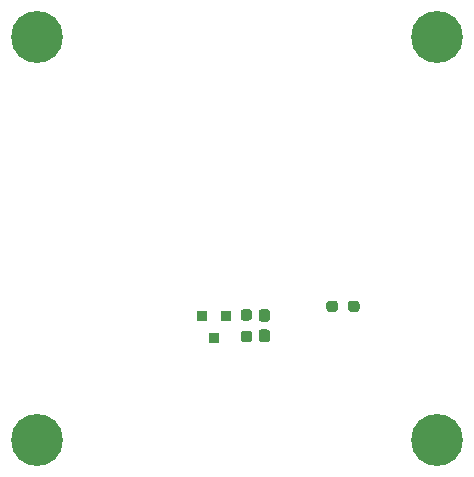
<source format=gbr>
%TF.GenerationSoftware,KiCad,Pcbnew,5.1.12-84ad8e8a86~92~ubuntu18.04.1*%
%TF.CreationDate,2023-09-10T20:05:29+07:00*%
%TF.ProjectId,RPi_FFC_15P-EYECLOUDAI_2MGSMOD_AR0234-ADAPTER,5250695f-4646-4435-9f31-35502d455945,rev?*%
%TF.SameCoordinates,Original*%
%TF.FileFunction,Soldermask,Bot*%
%TF.FilePolarity,Negative*%
%FSLAX46Y46*%
G04 Gerber Fmt 4.6, Leading zero omitted, Abs format (unit mm)*
G04 Created by KiCad (PCBNEW 5.1.12-84ad8e8a86~92~ubuntu18.04.1) date 2023-09-10 20:05:29*
%MOMM*%
%LPD*%
G01*
G04 APERTURE LIST*
%ADD10R,0.812800X0.889000*%
%ADD11C,4.400000*%
G04 APERTURE END LIST*
%TO.C,R5*%
G36*
G01*
X131387400Y-102447100D02*
X131387400Y-101972100D01*
G75*
G02*
X131624900Y-101734600I237500J0D01*
G01*
X132124900Y-101734600D01*
G75*
G02*
X132362400Y-101972100I0J-237500D01*
G01*
X132362400Y-102447100D01*
G75*
G02*
X132124900Y-102684600I-237500J0D01*
G01*
X131624900Y-102684600D01*
G75*
G02*
X131387400Y-102447100I0J237500D01*
G01*
G37*
G36*
G01*
X129562400Y-102447100D02*
X129562400Y-101972100D01*
G75*
G02*
X129799900Y-101734600I237500J0D01*
G01*
X130299900Y-101734600D01*
G75*
G02*
X130537400Y-101972100I0J-237500D01*
G01*
X130537400Y-102447100D01*
G75*
G02*
X130299900Y-102684600I-237500J0D01*
G01*
X129799900Y-102684600D01*
G75*
G02*
X129562400Y-102447100I0J237500D01*
G01*
G37*
%TD*%
D10*
%TO.C,U2*%
X120040400Y-104881800D03*
X121065399Y-102991801D03*
X119015401Y-102991801D03*
%TD*%
%TO.C,R4*%
G36*
G01*
X122546100Y-104262100D02*
X123021100Y-104262100D01*
G75*
G02*
X123258600Y-104499600I0J-237500D01*
G01*
X123258600Y-104999600D01*
G75*
G02*
X123021100Y-105237100I-237500J0D01*
G01*
X122546100Y-105237100D01*
G75*
G02*
X122308600Y-104999600I0J237500D01*
G01*
X122308600Y-104499600D01*
G75*
G02*
X122546100Y-104262100I237500J0D01*
G01*
G37*
G36*
G01*
X122546100Y-102437100D02*
X123021100Y-102437100D01*
G75*
G02*
X123258600Y-102674600I0J-237500D01*
G01*
X123258600Y-103174600D01*
G75*
G02*
X123021100Y-103412100I-237500J0D01*
G01*
X122546100Y-103412100D01*
G75*
G02*
X122308600Y-103174600I0J237500D01*
G01*
X122308600Y-102674600D01*
G75*
G02*
X122546100Y-102437100I237500J0D01*
G01*
G37*
%TD*%
%TO.C,C4*%
G36*
G01*
X124070100Y-104160200D02*
X124545100Y-104160200D01*
G75*
G02*
X124782600Y-104397700I0J-237500D01*
G01*
X124782600Y-104997700D01*
G75*
G02*
X124545100Y-105235200I-237500J0D01*
G01*
X124070100Y-105235200D01*
G75*
G02*
X123832600Y-104997700I0J237500D01*
G01*
X123832600Y-104397700D01*
G75*
G02*
X124070100Y-104160200I237500J0D01*
G01*
G37*
G36*
G01*
X124070100Y-102435200D02*
X124545100Y-102435200D01*
G75*
G02*
X124782600Y-102672700I0J-237500D01*
G01*
X124782600Y-103272700D01*
G75*
G02*
X124545100Y-103510200I-237500J0D01*
G01*
X124070100Y-103510200D01*
G75*
G02*
X123832600Y-103272700I0J237500D01*
G01*
X123832600Y-102672700D01*
G75*
G02*
X124070100Y-102435200I237500J0D01*
G01*
G37*
%TD*%
D11*
%TO.C,H4*%
X138917680Y-79413100D03*
%TD*%
%TO.C,H3*%
X138917680Y-113489740D03*
%TD*%
%TO.C,H2*%
X105079800Y-113489740D03*
%TD*%
%TO.C,H1*%
X105079800Y-79413100D03*
%TD*%
M02*

</source>
